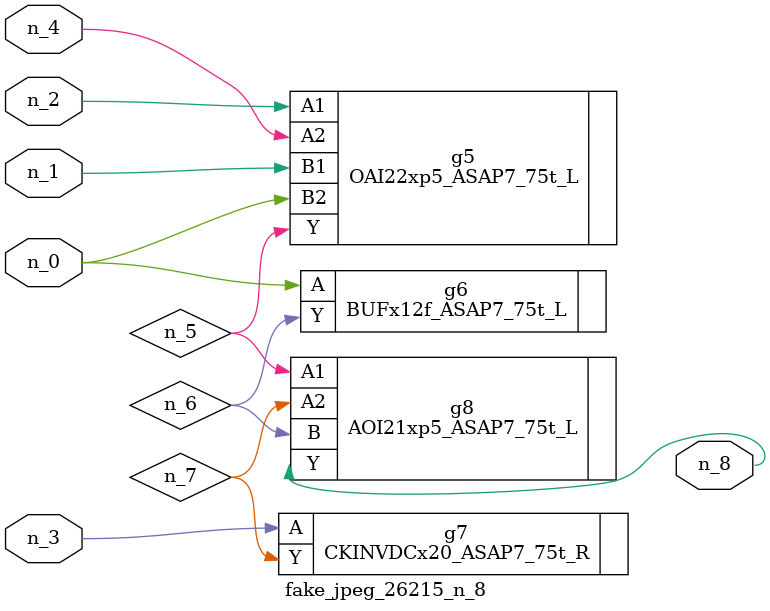
<source format=v>
module fake_jpeg_26215_n_8 (n_3, n_2, n_1, n_0, n_4, n_8);

input n_3;
input n_2;
input n_1;
input n_0;
input n_4;

output n_8;

wire n_6;
wire n_5;
wire n_7;

OAI22xp5_ASAP7_75t_L g5 ( 
.A1(n_2),
.A2(n_4),
.B1(n_1),
.B2(n_0),
.Y(n_5)
);

BUFx12f_ASAP7_75t_L g6 ( 
.A(n_0),
.Y(n_6)
);

CKINVDCx20_ASAP7_75t_R g7 ( 
.A(n_3),
.Y(n_7)
);

AOI21xp5_ASAP7_75t_L g8 ( 
.A1(n_5),
.A2(n_7),
.B(n_6),
.Y(n_8)
);


endmodule
</source>
